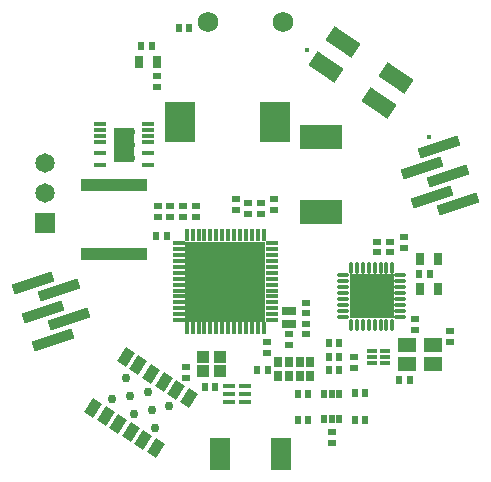
<source format=gts>
%FSLAX24Y24*%
%MOIN*%
G70*
G01*
G75*
G04 Layer_Color=8388736*
%ADD10C,0.0080*%
%ADD11R,0.0650X0.1122*%
%ADD12R,0.0354X0.0118*%
G04:AMPARAMS|DCode=13|XSize=29.9mil|YSize=50mil|CornerRadius=0mil|HoleSize=0mil|Usage=FLASHONLY|Rotation=327.000|XOffset=0mil|YOffset=0mil|HoleType=Round|Shape=Rectangle|*
%AMROTATEDRECTD13*
4,1,4,-0.0262,-0.0128,0.0011,0.0291,0.0262,0.0128,-0.0011,-0.0291,-0.0262,-0.0128,0.0*
%
%ADD13ROTATEDRECTD13*%

%ADD14R,0.2598X0.2598*%
%ADD15O,0.0354X0.0098*%
%ADD16O,0.0098X0.0354*%
%ADD17O,0.0098X0.0335*%
%ADD18O,0.0335X0.0098*%
%ADD19R,0.1417X0.1417*%
G04:AMPARAMS|DCode=20|XSize=50mil|YSize=100mil|CornerRadius=0mil|HoleSize=0mil|Usage=FLASHONLY|Rotation=56.000|XOffset=0mil|YOffset=0mil|HoleType=Round|Shape=Rectangle|*
%AMROTATEDRECTD20*
4,1,4,0.0275,-0.0487,-0.0554,0.0072,-0.0275,0.0487,0.0554,-0.0072,0.0275,-0.0487,0.0*
%
%ADD20ROTATEDRECTD20*%

%ADD21R,0.0276X0.0079*%
%ADD22R,0.0157X0.0236*%
%ADD23R,0.0591X0.1024*%
%ADD24R,0.0236X0.0157*%
%ADD25R,0.0138X0.0217*%
%ADD26R,0.0335X0.0118*%
%ADD27R,0.0197X0.0315*%
%ADD28R,0.0551X0.0453*%
%ADD29R,0.0197X0.0354*%
%ADD30R,0.0394X0.0197*%
%ADD31R,0.0374X0.0335*%
%ADD32R,0.2126X0.0374*%
%ADD33R,0.1378X0.0768*%
%ADD34R,0.0984X0.1260*%
G04:AMPARAMS|DCode=35|XSize=28.7mil|YSize=135mil|CornerRadius=0mil|HoleSize=0mil|Usage=FLASHONLY|Rotation=108.600|XOffset=0mil|YOffset=0mil|HoleType=Round|Shape=Rectangle|*
%AMROTATEDRECTD35*
4,1,4,0.0686,0.0079,-0.0594,-0.0352,-0.0686,-0.0079,0.0594,0.0352,0.0686,0.0079,0.0*
%
%ADD35ROTATEDRECTD35*%

%ADD36C,0.0130*%
%ADD37C,0.0060*%
%ADD38C,0.0200*%
%ADD39C,0.0100*%
%ADD40C,0.0300*%
%ADD41C,0.0123*%
%ADD42C,0.0630*%
%ADD43R,0.0591X0.0591*%
%ADD44C,0.0591*%
%ADD45C,0.0217*%
%ADD46C,0.0315*%
%ADD47C,0.0200*%
%ADD48C,0.0400*%
%ADD49C,0.0300*%
%ADD50C,0.0220*%
%ADD51R,0.0354X0.0157*%
%ADD52O,0.0315X0.0098*%
%ADD53O,0.0098X0.0315*%
%ADD54R,0.1299X0.1299*%
G04:AMPARAMS|DCode=55|XSize=189mil|YSize=236.2mil|CornerRadius=0mil|HoleSize=0mil|Usage=FLASHONLY|Rotation=237.000|XOffset=0mil|YOffset=0mil|HoleType=Round|Shape=Rectangle|*
%AMROTATEDRECTD55*
4,1,4,-0.0476,0.1436,0.1505,0.0149,0.0476,-0.1436,-0.1505,-0.0149,-0.0476,0.1436,0.0*
%
%ADD55ROTATEDRECTD55*%

G04:AMPARAMS|DCode=56|XSize=15.7mil|YSize=31.5mil|CornerRadius=0mil|HoleSize=0mil|Usage=FLASHONLY|Rotation=237.000|XOffset=0mil|YOffset=0mil|HoleType=Round|Shape=Round|*
%AMOVALD56*
21,1,0.0157,0.0157,0.0000,0.0000,327.0*
1,1,0.0157,-0.0066,0.0043*
1,1,0.0157,0.0066,-0.0043*
%
%ADD56OVALD56*%

%ADD57R,0.1102X0.0492*%
%ADD58R,0.0157X0.0532*%
%ADD59R,0.0748X0.0630*%
%ADD60R,0.0630X0.0551*%
%ADD61R,0.0354X0.0197*%
%ADD62C,0.0150*%
%ADD63C,0.0098*%
%ADD64C,0.0039*%
%ADD65C,0.0079*%
%ADD66C,0.0050*%
%ADD67R,0.0433X0.0551*%
G04:AMPARAMS|DCode=68|XSize=54mil|YSize=31.5mil|CornerRadius=0mil|HoleSize=0mil|Usage=FLASHONLY|Rotation=108.600|XOffset=0mil|YOffset=0mil|HoleType=Round|Shape=Rectangle|*
%AMROTATEDRECTD68*
4,1,4,0.0236,-0.0205,-0.0063,-0.0306,-0.0236,0.0205,0.0063,0.0306,0.0236,-0.0205,0.0*
%
%ADD68ROTATEDRECTD68*%

%ADD69R,0.0710X0.1182*%
%ADD70R,0.0414X0.0178*%
G04:AMPARAMS|DCode=71|XSize=35.9mil|YSize=56mil|CornerRadius=0mil|HoleSize=0mil|Usage=FLASHONLY|Rotation=327.000|XOffset=0mil|YOffset=0mil|HoleType=Round|Shape=Rectangle|*
%AMROTATEDRECTD71*
4,1,4,-0.0303,-0.0137,0.0002,0.0333,0.0303,0.0137,-0.0002,-0.0333,-0.0303,-0.0137,0.0*
%
%ADD71ROTATEDRECTD71*%

%ADD72R,0.2658X0.2658*%
%ADD73O,0.0414X0.0158*%
%ADD74O,0.0158X0.0414*%
%ADD75O,0.0158X0.0395*%
%ADD76O,0.0395X0.0158*%
%ADD77R,0.1477X0.1477*%
G04:AMPARAMS|DCode=78|XSize=56mil|YSize=106mil|CornerRadius=0mil|HoleSize=0mil|Usage=FLASHONLY|Rotation=56.000|XOffset=0mil|YOffset=0mil|HoleType=Round|Shape=Rectangle|*
%AMROTATEDRECTD78*
4,1,4,0.0283,-0.0529,-0.0596,0.0064,-0.0283,0.0529,0.0596,-0.0064,0.0283,-0.0529,0.0*
%
%ADD78ROTATEDRECTD78*%

%ADD79R,0.0336X0.0139*%
%ADD80R,0.0217X0.0296*%
%ADD81R,0.0651X0.1084*%
%ADD82R,0.0296X0.0217*%
%ADD83R,0.0198X0.0277*%
%ADD84R,0.0395X0.0178*%
%ADD85R,0.0257X0.0375*%
%ADD86R,0.0611X0.0513*%
%ADD87R,0.0257X0.0414*%
%ADD88R,0.0454X0.0257*%
%ADD89R,0.0434X0.0395*%
%ADD90R,0.2186X0.0434*%
%ADD91R,0.1438X0.0828*%
%ADD92R,0.1044X0.1320*%
G04:AMPARAMS|DCode=93|XSize=34.7mil|YSize=141mil|CornerRadius=0mil|HoleSize=0mil|Usage=FLASHONLY|Rotation=108.600|XOffset=0mil|YOffset=0mil|HoleType=Round|Shape=Rectangle|*
%AMROTATEDRECTD93*
4,1,4,0.0724,0.0060,-0.0613,-0.0390,-0.0724,-0.0060,0.0613,0.0390,0.0724,0.0060,0.0*
%
%ADD93ROTATEDRECTD93*%

%ADD94C,0.0690*%
%ADD95R,0.0651X0.0651*%
%ADD96C,0.0651*%
%ADD97C,0.0297*%
%ADD98C,0.0160*%
D69*
X-4050Y3300D02*
D03*
D70*
X-4857Y3989D02*
D03*
Y3792D02*
D03*
Y3595D02*
D03*
Y3398D02*
D03*
Y3005D02*
D03*
Y2611D02*
D03*
X-3243Y3989D02*
D03*
Y3792D02*
D03*
Y3595D02*
D03*
Y3398D02*
D03*
Y3005D02*
D03*
Y2611D02*
D03*
D71*
X-3407Y-6553D02*
D03*
X-2988Y-6825D02*
D03*
X-1899Y-5148D02*
D03*
X-2318Y-4875D02*
D03*
X-3995Y-3786D02*
D03*
X-3576Y-4058D02*
D03*
X-3157Y-4331D02*
D03*
X-2737Y-4603D02*
D03*
X-3827Y-6280D02*
D03*
X-4246Y-6008D02*
D03*
X-4665Y-5736D02*
D03*
X-5085Y-5463D02*
D03*
D72*
X-682Y-1268D02*
D03*
D73*
X864Y12D02*
D03*
Y-185D02*
D03*
Y-382D02*
D03*
Y-579D02*
D03*
Y-776D02*
D03*
Y-973D02*
D03*
Y-1169D02*
D03*
Y-1366D02*
D03*
Y-1563D02*
D03*
Y-1760D02*
D03*
Y-1957D02*
D03*
Y-2154D02*
D03*
Y-2350D02*
D03*
Y-2547D02*
D03*
X-2227D02*
D03*
Y-2350D02*
D03*
Y-2154D02*
D03*
Y-1957D02*
D03*
Y-1760D02*
D03*
Y-1563D02*
D03*
Y-1366D02*
D03*
Y-1169D02*
D03*
Y-973D02*
D03*
Y-776D02*
D03*
Y-579D02*
D03*
Y-382D02*
D03*
Y-185D02*
D03*
Y12D02*
D03*
D74*
X598Y-2813D02*
D03*
X401D02*
D03*
X204D02*
D03*
X7D02*
D03*
X-190D02*
D03*
X-386D02*
D03*
X-583D02*
D03*
X-780D02*
D03*
X-977D02*
D03*
X-1174D02*
D03*
X-1371D02*
D03*
X-1567D02*
D03*
X-1764D02*
D03*
X-1961D02*
D03*
Y277D02*
D03*
X-1764D02*
D03*
X-1567D02*
D03*
X-1371D02*
D03*
X-1174D02*
D03*
X-977D02*
D03*
X-780D02*
D03*
X-583D02*
D03*
X-386D02*
D03*
X-190D02*
D03*
X7D02*
D03*
X204D02*
D03*
X401D02*
D03*
X598D02*
D03*
D75*
X4890Y-796D02*
D03*
X4694D02*
D03*
X4497D02*
D03*
X4300D02*
D03*
X4103D02*
D03*
X3906D02*
D03*
X3709D02*
D03*
X3512D02*
D03*
Y-2706D02*
D03*
X3709D02*
D03*
X3906D02*
D03*
X4103D02*
D03*
X4300D02*
D03*
X4497D02*
D03*
X4694D02*
D03*
X4890D02*
D03*
D76*
X3247Y-1062D02*
D03*
Y-1259D02*
D03*
Y-1456D02*
D03*
Y-1652D02*
D03*
Y-1849D02*
D03*
Y-2046D02*
D03*
Y-2243D02*
D03*
Y-2440D02*
D03*
X5156D02*
D03*
Y-2243D02*
D03*
Y-2046D02*
D03*
Y-1849D02*
D03*
Y-1652D02*
D03*
Y-1456D02*
D03*
Y-1259D02*
D03*
Y-1062D02*
D03*
D77*
X4201Y-1751D02*
D03*
D78*
X4461Y4684D02*
D03*
X2679Y5886D02*
D03*
X5021Y5513D02*
D03*
X3239Y6716D02*
D03*
D79*
X4202Y-3571D02*
D03*
Y-3768D02*
D03*
Y-3965D02*
D03*
X4635Y-3571D02*
D03*
Y-3768D02*
D03*
Y-3965D02*
D03*
D80*
X2764Y-3768D02*
D03*
X3118D02*
D03*
X1741Y-5868D02*
D03*
X2096D02*
D03*
X3641D02*
D03*
X3996D02*
D03*
X2096Y-5018D02*
D03*
X1741D02*
D03*
X3641Y-4968D02*
D03*
X3996D02*
D03*
X383Y-4220D02*
D03*
X737D02*
D03*
X2764Y-4218D02*
D03*
X3118D02*
D03*
X5118Y-4539D02*
D03*
X5472D02*
D03*
X6146Y-1018D02*
D03*
X5791D02*
D03*
X-1004Y-4768D02*
D03*
X-1359D02*
D03*
X-2977Y250D02*
D03*
X-2623D02*
D03*
X-3477Y6600D02*
D03*
X-3123D02*
D03*
X-1873Y7200D02*
D03*
X-2227D02*
D03*
X3118Y-3318D02*
D03*
X2764D02*
D03*
D81*
X-841Y-7021D02*
D03*
X1187D02*
D03*
D82*
X2868Y-6645D02*
D03*
Y-6291D02*
D03*
X718Y-3645D02*
D03*
Y-3291D02*
D03*
X6800Y-2923D02*
D03*
Y-3277D02*
D03*
X5650Y-2877D02*
D03*
Y-2523D02*
D03*
X4368Y59D02*
D03*
Y-295D02*
D03*
X4818Y59D02*
D03*
Y-295D02*
D03*
X5268Y209D02*
D03*
Y-145D02*
D03*
X2000Y-2327D02*
D03*
Y-1973D02*
D03*
Y-2673D02*
D03*
Y-3027D02*
D03*
X1452Y-3379D02*
D03*
Y-3024D02*
D03*
X-2000Y-4123D02*
D03*
Y-4477D02*
D03*
X-2930Y903D02*
D03*
Y1257D02*
D03*
X-2510Y903D02*
D03*
Y1257D02*
D03*
X-2090Y903D02*
D03*
Y1257D02*
D03*
X-1660Y903D02*
D03*
Y1257D02*
D03*
X-330Y1487D02*
D03*
Y1133D02*
D03*
X80Y1347D02*
D03*
Y993D02*
D03*
X520Y1347D02*
D03*
Y993D02*
D03*
X930Y1487D02*
D03*
Y1133D02*
D03*
X-2950Y5223D02*
D03*
Y5577D02*
D03*
X3618Y-4145D02*
D03*
Y-3791D02*
D03*
D83*
X3124Y-5004D02*
D03*
X2868D02*
D03*
X2612D02*
D03*
Y-5831D02*
D03*
X2868D02*
D03*
X3124D02*
D03*
D84*
X-557Y-4762D02*
D03*
Y-5018D02*
D03*
Y-5274D02*
D03*
X-6Y-4762D02*
D03*
Y-5018D02*
D03*
Y-5274D02*
D03*
D85*
X2151Y-4406D02*
D03*
X1797D02*
D03*
X1443D02*
D03*
X1089D02*
D03*
Y-3934D02*
D03*
X1443D02*
D03*
X1797D02*
D03*
X2151D02*
D03*
D86*
X6233Y-4015D02*
D03*
X5367D02*
D03*
Y-3385D02*
D03*
X6233D02*
D03*
D87*
X6414Y-1518D02*
D03*
X5823D02*
D03*
Y-518D02*
D03*
X6414D02*
D03*
X-3545Y6050D02*
D03*
X-2955D02*
D03*
D88*
X1450Y-2667D02*
D03*
Y-2233D02*
D03*
D89*
X-1417Y-4244D02*
D03*
X-846D02*
D03*
Y-3791D02*
D03*
X-1417D02*
D03*
D90*
X-4400Y-352D02*
D03*
Y1952D02*
D03*
D91*
X2500Y1050D02*
D03*
Y3550D02*
D03*
D92*
X994Y4050D02*
D03*
X-2194D02*
D03*
D93*
X7073Y1322D02*
D03*
X6205Y1557D02*
D03*
X6754Y2269D02*
D03*
X5886Y2505D02*
D03*
X6436Y3217D02*
D03*
X-6436Y-3217D02*
D03*
X-5886Y-2505D02*
D03*
X-6754Y-2269D02*
D03*
X-6205Y-1557D02*
D03*
X-7073Y-1322D02*
D03*
D94*
X1250Y7400D02*
D03*
X-1250D02*
D03*
D95*
X-6700Y700D02*
D03*
D96*
Y1700D02*
D03*
Y2700D02*
D03*
D97*
X-4267Y3733D02*
D03*
X-3833D02*
D03*
X-4267Y3300D02*
D03*
X-3833D02*
D03*
X-4267Y2867D02*
D03*
X-3833D02*
D03*
X-1764Y-2350D02*
D03*
Y-1484D02*
D03*
Y-618D02*
D03*
X-1331Y-1917D02*
D03*
Y-1051D02*
D03*
Y-185D02*
D03*
X-898Y-2350D02*
D03*
Y-1484D02*
D03*
Y-618D02*
D03*
X-465Y-1917D02*
D03*
Y-1051D02*
D03*
Y-185D02*
D03*
X-32Y-2350D02*
D03*
Y-1484D02*
D03*
Y-618D02*
D03*
X401Y-1917D02*
D03*
Y-1051D02*
D03*
Y-185D02*
D03*
X4634Y-1318D02*
D03*
Y-1751D02*
D03*
Y-2184D02*
D03*
X4201Y-1318D02*
D03*
Y-2184D02*
D03*
X3768Y-1318D02*
D03*
Y-1751D02*
D03*
Y-2184D02*
D03*
X-3009Y-6135D02*
D03*
X-2538Y-5409D02*
D03*
X-3137Y-5536D02*
D03*
X-3736Y-5663D02*
D03*
X-3264Y-4937D02*
D03*
X-4462Y-5191D02*
D03*
X-3991Y-4465D02*
D03*
X-3863Y-5064D02*
D03*
D98*
X2050Y6450D02*
D03*
X6100Y3570D02*
D03*
M02*

</source>
